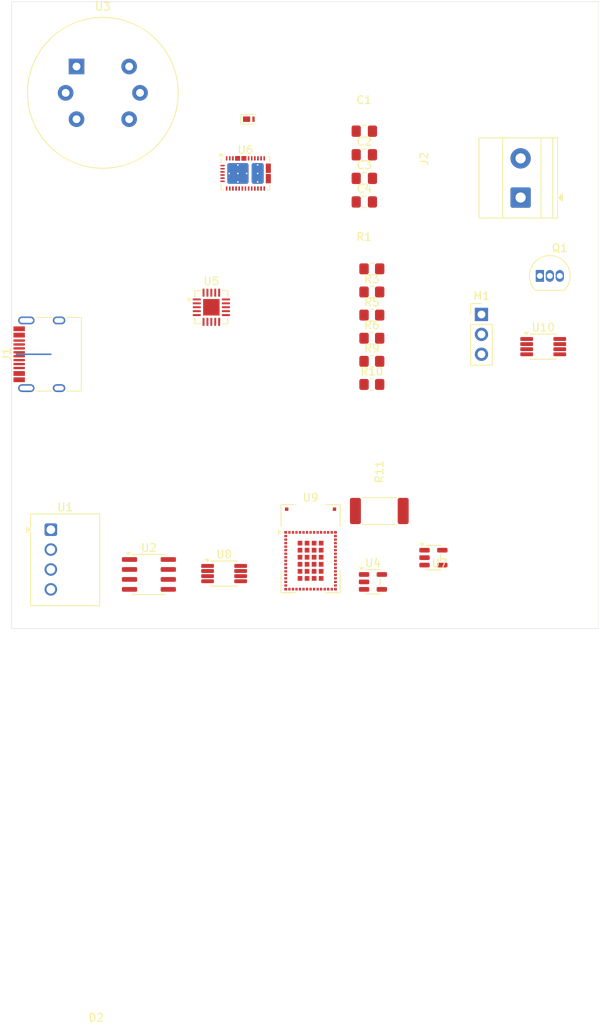
<source format=kicad_pcb>
(kicad_pcb (version 20241229) (generator "pcbnew") (generator_version "9.0")
  (layers (0 "F.Cu" signal) (2 "B.Cu" signal) (13 "F.Paste" user) (15 "B.Paste" user) (5 "F.SilkS" user "F.Silkscreen") (7 "B.SilkS" user "B.Silkscreen") (1 "F.Mask" user) (3 "B.Mask" user) (25 "Edge.Cuts" user))
  (net 0 "")
  (net 1 "+5V")
  (net 2 "Net-(R11-Pad2)")
  (net 3 "Net-(U6-LDO_1V5)")
  (net 4 "Net-(U9-PE4)")
  (net 5 "Net-(U2-Pad5)")
  (net 6 "VBUS")
  (net 7 "Net-(U8-V_{A})")
  (net 8 "Net-(J2-Pin_1)")
  (net 9 "Net-(J2-Pin_2)")
  (net 10 "Net-(M1-+)")
  (net 11 "Net-(M1--)")
  (net 12 "Net-(Q1-D)")
  (net 14 "VCC")
  (net 15 "Net-(U4-V+)")
  (net 16 "Net-(R5-Pad1)")
  (net 17 "Net-(U7--)")
  (net 18 "Net-(U7-+)")
  (net 19 "Net-(U1--Vin)")
  (net 20 "Net-(U3-VH-)")
  (net 32 "+3.3V")
  (net 41 "Net-(U8-DIN)")
  (net 117 "Net-(U10-DIN)")
  (footprint "Package_TO_SOT_SMD:SOT-23-5" (layer "F.Cu") (at 88.8625 145.95)
    (property "Reference" "U7" (at 0.79 0.7 0) (layer "F.SilkS"))
    (property "Value" "INA180A1")
    (fp_line (start -0.91 -1.56) (end 0.91 -1.56) (stroke (width 0.12)) (layer "F.SilkS"))
    (fp_line (start -0.91 -1.51) (end -0.91 -1.56) (stroke (width 0.12)) (layer "F.SilkS"))
    (fp_line (start -0.91 1.56) (end -0.91 1.51) (stroke (width 0.12)) (layer "F.SilkS"))
    (fp_line (start 0.91 -1.56) (end 0.91 -1.51) (stroke (width 0.12)) (layer "F.SilkS"))
    (fp_line (start 0.91 -0.39) (end 0.91 0.39) (stroke (width 0.12)) (layer "F.SilkS"))
    (fp_line (start 0.91 1.51) (end 0.91 1.56) (stroke (width 0.12)) (layer "F.SilkS"))
    (fp_line (start 0.91 1.56) (end -0.91 1.56) (stroke (width 0.12)) (layer "F.SilkS"))
    (fp_poly (pts (xy -1.45 -1.51) (xy -1.69 -1.84) (xy -1.21 -1.84)) (stroke (width 0.12)) (fill yes) (layer "F.SilkS"))
    (pad "1" smd roundrect (at -1.1375 -0.95) (size 1.325 0.6) (layers "F.Cu" "F.Mask" "F.Paste") (net 11 "Net-(M1--)"))
    (pad "2" smd roundrect (at -1.1375 0) (size 1.325 0.6) (layers "F.Cu" "F.Mask" "F.Paste") (net 1 "+5V"))
    (pad "3" smd roundrect (at -1.1375 0.95) (size 1.325 0.6) (layers "F.Cu" "F.Mask" "F.Paste") (net 18 "Net-(U7-+)"))
    (pad "4" smd roundrect (at 1.1375 0.95) (size 1.325 0.6) (layers "F.Cu" "F.Mask" "F.Paste") (net 17 "Net-(U7--)"))
    (pad "5" smd roundrect (at 1.1375 -0.95) (size 1.325 0.6) (layers "F.Cu" "F.Mask" "F.Paste") (net 1 "+5V"))
  )
  (footprint "Package_DFN_QFN:Texas_REF0038A_WQFN-38-2EP_6x4mm_P0.4" (layer "F.Cu") (at 64.855 96.925)
    (property "Reference" "U6" (at 0 -3 0) (layer "F.SilkS"))
    (property "Value" "TPS25730D")
    (fp_line (start -3.11 -1.36) (end -3.11 -1.87) (stroke (width 0.12)) (layer "F.SilkS"))
    (fp_line (start -3.11 2.11) (end -3.11 1.36) (stroke (width 0.12)) (layer "F.SilkS"))
    (fp_line (start -3.11 2.11) (end -2.76 2.11) (stroke (width 0.12)) (layer "F.SilkS"))
    (fp_line (start -2.76 -2.11) (end -2.81 -2.11) (stroke (width 0.12)) (layer "F.SilkS"))
    (fp_line (start 2.76 -2.11) (end 3.11 -2.11) (stroke (width 0.12)) (layer "F.SilkS"))
    (fp_line (start 2.76 2.11) (end 3.11 2.11) (stroke (width 0.12)) (layer "F.SilkS"))
    (fp_line (start 3.11 -1.51) (end 3.11 -2.11) (stroke (width 0.12)) (layer "F.SilkS"))
    (fp_line (start 3.11 2.11) (end 3.11 1.51) (stroke (width 0.12)) (layer "F.SilkS"))
    (fp_poly (pts (xy -3.11 -2.11) (xy -3.35 -2.44) (xy -2.87 -2.44) (xy -3.11 -2.11)) (stroke (width 0.12)) (fill yes) (layer "F.SilkS"))
    (pad "1" smd roundrect (at -2.925 -1) (size 0.55 0.2) (layers "F.Cu" "F.Mask" "F.Paste"))
    (pad "2" smd roundrect (at -2.925 -0.6) (size 0.55 0.2) (layers "F.Cu" "F.Mask" "F.Paste"))
    (pad "3" smd roundrect (at -2.925 -0.2) (size 0.55 0.2) (layers "F.Cu" "F.Mask" "F.Paste"))
    (pad "4" smd roundrect (at -2.925 0.2) (size 0.55 0.2) (layers "F.Cu" "F.Mask" "F.Paste") (net 3 "Net-(U6-LDO_1V5)"))
    (pad "5" smd roundrect (at -2.925 0.6) (size 0.55 0.2) (layers "F.Cu" "F.Mask" "F.Paste") (net 1 "+5V"))
    (pad "6" smd roundrect (at -2.925 1) (size 0.55 0.2) (layers "F.Cu" "F.Mask" "F.Paste"))
    (pad "7" smd roundrect (at -2.4 1.925 90) (size 0.55 0.2) (layers "F.Cu" "F.Mask" "F.Paste"))
    (pad "8" smd roundrect (at -2 1.925 90) (size 0.55 0.2) (layers "F.Cu" "F.Mask" "F.Paste"))
    (pad "9" smd roundrect (at -1.6 1.925 90) (size 0.55 0.2) (layers "F.Cu" "F.Mask" "F.Paste") (net 20 "Net-(U3-VH-)"))
    (pad "10" smd roundrect (at -1.2 1.925 90) (size 0.55 0.2) (layers "F.Cu" "F.Mask" "F.Paste"))
    (pad "11" smd roundrect (at -0.8 1.925 90) (size 0.55 0.2) (layers "F.Cu" "F.Mask" "F.Paste") (net 7 "Net-(U8-V_{A})"))
    (pad "12" smd roundrect (at -0.4 1.925 90) (size 0.55 0.2) (layers "F.Cu" "F.Mask" "F.Paste") (net 7 "Net-(U8-V_{A})"))
    (pad "13" smd roundrect (at 0 1.925 90) (size 0.55 0.2) (layers "F.Cu" "F.Mask" "F.Paste"))
    (pad "14" smd roundrect (at 0.4 1.925 90) (size 0.55 0.2) (layers "F.Cu" "F.Mask" "F.Paste") (net 7 "Net-(U8-V_{A})"))
    (pad "15" smd roundrect (at 0.8 1.925 90) (size 0.55 0.2) (layers "F.Cu" "F.Mask" "F.Paste") (net 1 "+5V"))
    (pad "16" smd roundrect (at 1.2 1.925 90) (size 0.55 0.2) (layers "F.Cu" "F.Mask" "F.Paste") (net 7 "Net-(U8-V_{A})"))
    (pad "17" smd roundrect (at 1.6 1.925 90) (size 0.55 0.2) (layers "F.Cu" "F.Mask" "F.Paste") (net 7 "Net-(U8-V_{A})"))
    (pad "18" smd roundrect (at 2 1.925 90) (size 0.55 0.2) (layers "F.Cu" "F.Mask" "F.Paste") (net 20 "Net-(U3-VH-)"))
    (pad "19" smd roundrect (at 2.4 1.925 90) (size 0.55 0.2) (layers "F.Cu" "F.Mask" "F.Paste") (net 32 "+3.3V"))
    (pad "20" smd roundrect (at 2.925 0.6625) (size 0.65 1.2) (layers "F.Cu") (roundrect_rratio 0.07692307692) (net 6 "VBUS"))
    (pad "23" smd roundrect (at 2.925 -0.6625) (size 0.65 1.2) (layers "F.Cu") (roundrect_rratio 0.07692307692))
    (pad "26" smd roundrect (at 2.4 -1.925 90) (size 0.55 0.2) (layers "F.Cu" "F.Mask" "F.Paste"))
    (pad "27" smd roundrect (at 2 -1.925 90) (size 0.55 0.2) (layers "F.Cu" "F.Mask" "F.Paste"))
    (pad "28" smd roundrect (at 1.6 -1.925 90) (size 0.55 0.2) (layers "F.Cu" "F.Mask" "F.Paste") (net 19 "Net-(U1--Vin)"))
    (pad "29" smd roundrect (at 1.2 -1.925 90) (size 0.55 0.2) (layers "F.Cu" "F.Mask" "F.Paste") (net 19 "Net-(U1--Vin)"))
    (pad "30" smd roundrect (at 0.8 -1.925 90) (size 0.55 0.2) (layers "F.Cu" "F.Mask" "F.Paste") (net 1 "+5V"))
    (pad "31" smd roundrect (at 0.4 -1.925 90) (size 0.55 0.2) (layers "F.Cu" "F.Mask" "F.Paste") (net 7 "Net-(U8-V_{A})"))
    (pad "32" smd roundrect (at -0.2 -1.925 90) (size 0.6 0.65) (layers "F.Cu") (roundrect_rratio 0.08333333333))
    (pad "34" smd roundrect (at -1 -1.925 90) (size 0.6 0.65) (layers "F.Cu") (roundrect_rratio 0.08333333333) (net 7 "Net-(U8-V_{A})"))
    (pad "36" smd roundrect (at -1.6 -1.925 90) (size 0.55 0.2) (layers "F.Cu" "F.Mask" "F.Paste") (net 20 "Net-(U3-VH-)"))
    (pad "37" smd roundrect (at -2 -1.925 90) (size 0.55 0.2) (layers "F.Cu" "F.Mask" "F.Paste"))
    (pad "38" smd roundrect (at -2.4 -1.925 90) (size 0.55 0.2) (layers "F.Cu" "F.Mask" "F.Paste") (net 1 "+5V"))
    (pad "39" thru_hole circle (at -2.075 0) (size 0.5 0.5) (drill 0.2) (property pad_prop_heatsink) (layers "*.Cu") (net 7 "Net-(U8-V_{A})"))
    (pad "39" thru_hole circle (at -0.965 -1.075) (size 0.5 0.5) (drill 0.2) (property pad_prop_heatsink) (layers "*.Cu") (net 7 "Net-(U8-V_{A})"))
    (pad "39" thru_hole circle (at -0.965 0) (size 0.5 0.5) (drill 0.2) (property pad_prop_heatsink) (layers "*.Cu") (net 7 "Net-(U8-V_{A})"))
    (pad "39" smd roundrect (at -0.965 0 180) (size 2.72 2.65) (property pad_prop_heatsink) (layers "F.Cu" "F.Mask") (roundrect_rratio 0.09433962264) (net 7 "Net-(U8-V_{A})"))
    (pad "39" smd roundrect (at -0.965 0 180) (size 2.72 2.65) (property pad_prop_heatsink) (layers "B.Cu") (roundrect_rratio 0.09433962264) (net 7 "Net-(U8-V_{A})"))
    (pad "39" thru_hole circle (at -0.965 1.075) (size 0.5 0.5) (drill 0.2) (property pad_prop_heatsink) (layers "*.Cu") (net 7 "Net-(U8-V_{A})"))
    (pad "39" thru_hole circle (at 0.145 0) (size 0.5 0.5) (drill 0.2) (property pad_prop_heatsink) (layers "*.Cu") (net 7 "Net-(U8-V_{A})"))
    (pad "40" thru_hole circle (at 1.56 -1.075) (size 0.5 0.5) (drill 0.2) (property pad_prop_heatsink) (layers "*.Cu") (net 1 "+5V"))
    (pad "40" thru_hole circle (at 1.56 0) (size 0.5 0.5) (drill 0.2) (property pad_prop_heatsink) (layers "*.Cu") (net 1 "+5V"))
    (pad "40" smd roundrect (at 1.56 0 180) (size 1.53 2.65) (property pad_prop_heatsink) (layers "F.Cu" "F.Mask") (roundrect_rratio 0.1633986928) (net 1 "+5V"))
    (pad "40" smd roundrect (at 1.56 0 180) (size 1.53 2.65) (property pad_prop_heatsink) (layers "B.Cu") (roundrect_rratio 0.1633986928) (net 1 "+5V"))
    (pad "40" thru_hole circle (at 1.56 1.075) (size 0.5 0.5) (drill 0.2) (property pad_prop_heatsink) (layers "*.Cu") (net 1 "+5V"))
  )
  (footprint "Converter_DCDC:Converter_DCDC_TRACO_TMU3-05xx_12xx_THT" (layer "F.Cu") (at 40 142.38)
    (property "Reference" "U1" (at 1.82 -2.86 0) (layer "F.SilkS"))
    (property "Value" "TMU3-0511")
    (fp_line (start -2.585 -2.01) (end 6.235 -2.01) (stroke (width 0.12)) (layer "F.SilkS"))
    (fp_line (start -2.585 -0.296) (end -2.585 -2.01) (stroke (width 0.12)) (layer "F.SilkS"))
    (fp_line (start -2.585 9.71) (end -2.585 0.296) (stroke (width 0.12)) (layer "F.SilkS"))
    (fp_line (start 6.235 -2.01) (end 6.235 9.71) (stroke (width 0.12)) (layer "F.SilkS"))
    (fp_line (start 6.235 9.71) (end -2.585 9.71) (stroke (width 0.12)) (layer "F.SilkS"))
    (fp_poly (pts (xy -2.585 0) (xy -3.055 0.34) (xy -3.055 -0.34)) (stroke (width 0.12)) (fill yes) (layer "F.SilkS"))
    (pad "1" thru_hole roundrect (at 0 0) (size 1.6 1.6) (drill 1.1) (layers "*.Cu" "*.Mask") (roundrect_rratio 0.15625) (net 19 "Net-(U1--Vin)"))
    (pad "2" thru_hole circle (at 0 2.54) (size 1.6 1.6) (drill 1.1) (layers "*.Cu" "*.Mask") (net 12 "Net-(Q1-D)"))
    (pad "3" thru_hole circle (at 0 5.08) (size 1.6 1.6) (drill 1.1) (layers "*.Cu" "*.Mask") (net 1 "+5V"))
    (pad "4" thru_hole circle (at 0 7.62) (size 1.6 1.6) (drill 1.1) (layers "*.Cu" "*.Mask") (net 1 "+5V"))
  )
  (footprint "RF_Module:ST-SiP-LGA-86-11x7.3mm" (layer "F.Cu") (at 73.175 144.8)
    (property "Reference" "U9" (at 0 -6.5 0) (layer "F.SilkS"))
    (property "Value" "STM32WB5MMG")
    (fp_line (start -3.77 -5.625) (end -3.77 -2.87) (stroke (width 0.12)) (layer "F.SilkS"))
    (fp_line (start -3.77 5.62) (end -3.77 2.87) (stroke (width 0.12)) (layer "F.SilkS"))
    (fp_line (start -1.97 -5.625) (end -3.77 -5.625) (stroke (width 0.12)) (layer "F.SilkS"))
    (fp_line (start -1.945 5.62) (end -3.77 5.62) (stroke (width 0.12)) (layer "F.SilkS"))
    (fp_line (start 1.945 -5.62) (end 3.77 -5.62) (stroke (width 0.12)) (layer "F.SilkS"))
    (fp_line (start 1.945 5.62) (end 3.77 5.62) (stroke (width 0.12)) (layer "F.SilkS"))
    (fp_line (start 3.77 -5.62) (end 3.77 -2.87) (stroke (width 0.12)) (layer "F.SilkS"))
    (fp_line (start 3.77 5.62) (end 3.77 2.87) (stroke (width 0.12)) (layer "F.SilkS"))
    (fp_poly (pts (xy -3.76 -2.1) (xy -4.09 -1.86) (xy -4.09 -2.34) (xy -3.76 -2.1)) (stroke (width 0.12)) (fill yes) (layer "F.SilkS"))
    (pad "1" smd rect (at -3.175 -2.075) (size 0.35 0.35) (layers "F.Cu" "F.Mask" "F.Paste"))
    (pad "2" smd rect (at -3.175 -1.6) (size 0.35 0.3) (layers "F.Cu" "F.Mask" "F.Paste"))
    (pad "3" smd rect (at -3.175 -1.15) (size 0.35 0.3) (layers "F.Cu" "F.Mask" "F.Paste"))
    (pad "4" smd rect (at -3.175 -0.7) (size 0.35 0.3) (layers "F.Cu" "F.Mask" "F.Paste") (net 9 "Net-(J2-Pin_2)"))
    (pad "5" smd rect (at -3.175 -0.25) (size 0.35 0.3) (layers "F.Cu" "F.Mask" "F.Paste"))
    (pad "6" smd rect (at -3.175 0.2) (size 0.35 0.3) (layers "F.Cu" "F.Mask" "F.Paste") (net 9 "Net-(J2-Pin_2)"))
    (pad "7" smd rect (at -3.175 0.65) (size 0.35 0.3) (layers "F.Cu" "F.Mask" "F.Paste"))
    (pad "8" smd rect (at -3.175 1.1) (size 0.35 0.3) (layers "F.Cu" "F.Mask" "F.Paste"))
    (pad "9" smd rect (at -3.175 1.55) (size 0.35 0.3) (layers "F.Cu" "F.Mask" "F.Paste"))
    (pad "10" smd rect (at -3.175 2) (size 0.35 0.3) (layers "F.Cu" "F.Mask" "F.Paste"))
    (pad "11" smd rect (at -3.175 2.45) (size 0.35 0.3) (layers "F.Cu" "F.Mask" "F.Paste"))
    (pad "12" smd rect (at -3.175 2.9) (size 0.35 0.3) (layers "F.Cu" "F.Mask" "F.Paste"))
    (pad "13" smd rect (at -3.175 3.35) (size 0.35 0.3) (layers "F.Cu" "F.Mask" "F.Paste") (net 9 "Net-(J2-Pin_2)"))
    (pad "14" smd rect (at -3.175 3.8) (size 0.35 0.3) (layers "F.Cu" "F.Mask" "F.Paste"))
    (pad "15" smd rect (at -3.175 4.25) (size 0.35 0.3) (layers "F.Cu" "F.Mask" "F.Paste") (net 9 "Net-(J2-Pin_2)"))
    (pad "16" smd rect (at -3.175 4.7) (size 0.35 0.3) (layers "F.Cu" "F.Mask" "F.Paste"))
    (pad "17" smd rect (at -3.175 5.175) (size 0.35 0.35) (layers "F.Cu" "F.Mask" "F.Paste") (net 9 "Net-(J2-Pin_2)"))
    (pad "18" smd rect (at -2.7 5.175) (size 0.3 0.35) (layers "F.Cu" "F.Mask" "F.Paste"))
    (pad "19" smd rect (at -2.25 5.175) (size 0.3 0.35) (layers "F.Cu" "F.Mask" "F.Paste"))
    (pad "20" smd rect (at -1.8 5.175) (size 0.3 0.35) (layers "F.Cu" "F.Mask" "F.Paste"))
    (pad "21" smd rect (at -1.35 5.175) (size 0.3 0.35) (layers "F.Cu" "F.Mask" "F.Paste"))
    (pad "22" smd rect (at -0.9 5.175) (size 0.3 0.35) (layers "F.Cu" "F.Mask" "F.Paste"))
    (pad "23" smd rect (at -0.45 5.175) (size 0.3 0.35) (layers "F.Cu" "F.Mask" "F.Paste"))
    (pad "24" smd rect (at 0 5.175) (size 0.3 0.35) (layers "F.Cu" "F.Mask" "F.Paste"))
    (pad "25" smd rect (at 0.45 5.175) (size 0.3 0.35) (layers "F.Cu" "F.Mask" "F.Paste"))
    (pad "26" smd rect (at 0.9 5.175) (size 0.3 0.35) (layers "F.Cu" "F.Mask" "F.Paste"))
    (pad "27" smd rect (at 1.35 5.175) (size 0.3 0.35) (layers "F.Cu" "F.Mask" "F.Paste"))
    (pad "28" smd rect (at 1.8 5.175) (size 0.3 0.35) (layers "F.Cu" "F.Mask" "F.Paste"))
    (pad "29" smd rect (at 2.25 5.175) (size 0.3 0.35) (layers "F.Cu" "F.Mask" "F.Paste"))
    (pad "30" smd rect (at 2.7 5.175) (size 0.3 0.35) (layers "F.Cu" "F.Mask" "F.Paste"))
    (pad "31" smd rect (at 3.175 5.175) (size 0.35 0.35) (layers "F.Cu" "F.Mask" "F.Paste"))
    (pad "32" smd rect (at 3.175 4.7) (size 0.35 0.3) (layers "F.Cu" "F.Mask" "F.Paste") (net 9 "Net-(J2-Pin_2)"))
    (pad "33" smd rect (at 3.175 4.25) (size 0.35 0.3) (layers "F.Cu" "F.Mask" "F.Paste") (net 20 "Net-(U3-VH-)"))
    (pad "34" smd rect (at 3.175 3.8) (size 0.35 0.3) (layers "F.Cu" "F.Mask" "F.Paste"))
    (pad "35" smd rect (at 3.175 3.35) (size 0.35 0.3) (layers "F.Cu" "F.Mask" "F.Paste"))
    (pad "36" smd rect (at 3.175 2.9) (size 0.35 0.3) (layers "F.Cu" "F.Mask" "F.Paste"))
    (pad "37" smd rect (at 3.175 2.45) (size 0.35 0.3) (layers "F.Cu" "F.Mask" "F.Paste"))
    (pad "38" smd rect (at 3.175 2) (size 0.35 0.3) (layers "F.Cu" "F.Mask" "F.Paste"))
    (pad "39" smd rect (at 3.175 1.55) (size 0.35 0.3) (layers "F.Cu" "F.Mask" "F.Paste"))
    (pad "40" smd rect (at 3.175 1.1) (size 0.35 0.3) (layers "F.Cu" "F.Mask" "F.Paste"))
    (pad "41" smd rect (at 3.175 0.65) (size 0.35 0.3) (layers "F.Cu" "F.Mask" "F.Paste"))
    (pad "42" smd rect (at 3.175 0.2) (size 0.35 0.3) (layers "F.Cu" "F.Mask" "F.Paste") (net 4 "Net-(U9-PE4)"))
    (pad "43" smd rect (at 3.175 -0.25) (size 0.35 0.3) (layers "F.Cu" "F.Mask" "F.Paste"))
    (pad "44" smd rect (at 3.175 -0.7) (size 0.35 0.3) (layers "F.Cu" "F.Mask" "F.Paste"))
    (pad "45" smd rect (at 3.175 -1.15) (size 0.35 0.3) (layers "F.Cu" "F.Mask" "F.Paste"))
    (pad "46" smd rect (at 3.175 -1.6) (size 0.35 0.3) (layers "F.Cu" "F.Mask" "F.Paste"))
    (pad "47" smd rect (at 3.175 -2.075) (size 0.35 0.35) (layers "F.Cu" "F.Mask" "F.Paste"))
    (pad "48" smd rect (at 2.7 -2.075) (size 0.3 0.35) (layers "F.Cu" "F.Mask" "F.Paste"))
    (pad "49" smd rect (at 2.25 -2.075) (size 0.3 0.35) (layers "F.Cu" "F.Mask" "F.Paste"))
    (pad "50" smd rect (at 1.8 -2.075) (size 0.3 0.35) (layers "F.Cu" "F.Mask" "F.Paste"))
    (pad "51" smd rect (at 1.35 -2.075) (size 0.3 0.35) (layers "F.Cu" "F.Mask" "F.Paste"))
    (pad "52" smd rect (at 0.9 -2.075) (size 0.3 0.35) (layers "F.Cu" "F.Mask" "F.Paste"))
    (pad "53" smd rect (at 0.45 -2.075) (size 0.3 0.35) (layers "F.Cu" "F.Mask" "F.Paste"))
    (pad "54" smd rect (at 0 -2.075) (size 0.3 0.35) (layers "F.Cu" "F.Mask" "F.Paste"))
    (pad "55" smd rect (at -0.45 -2.075) (size 0.3 0.35) (layers "F.Cu" "F.Mask" "F.Paste"))
    (pad "56" smd rect (at -0.9 -2.075) (size 0.3 0.35) (layers "F.Cu" "F.Mask" "F.Paste"))
    (pad "57" smd rect (at -1.35 -2.075) (size 0.3 0.35) (layers "F.Cu" "F.Mask" "F.Paste"))
    (pad "58" smd rect (at -1.8 -2.075) (size 0.3 0.35) (layers "F.Cu" "F.Mask" "F.Paste"))
    (pad "59" smd rect (at -2.25 -2.075) (size 0.3 0.35) (layers "F.Cu" "F.Mask" "F.Paste"))
    (pad "60" smd rect (at -2.7 -2.075) (size 0.3 0.35) (layers "F.Cu" "F.Mask" "F.Paste"))
    (pad "61" smd rect (at -1.35 -0.7) (size 0.6 0.6) (layers "F.Cu" "F.Mask" "F.Paste"))
    (pad "62" smd rect (at -1.35 0.2) (size 0.6 0.6) (layers "F.Cu" "F.Mask" "F.Paste"))
    (pad "63" smd rect (at -1.35 1.1) (size 0.6 0.6) (layers "F.Cu" "F.Mask" "F.Paste"))
    (pad "64" smd rect (at -1.35 2) (size 0.6 0.6) (layers "F.Cu" "F.Mask" "F.Paste"))
    (pad "65" smd rect (at -1.35 2.9) (size 0.6 0.6) (layers "F.Cu" "F.Mask" "F.Paste"))
    (pad "66" smd rect (at -1.35 3.8) (size 0.6 0.6) (layers "F.Cu" "F.Mask" "F.Paste"))
    (pad "67" smd rect (at -0.45 3.8) (size 0.6 0.6) (layers "F.Cu" "F.Mask" "F.Paste"))
    (pad "68" smd rect (at 0.45 3.8) (size 0.6 0.6) (layers "F.Cu" "F.Mask" "F.Paste") (net 20 "Net-(U3-VH-)"))
    (pad "69" smd rect (at 1.35 3.8) (size 0.6 0.6) (layers "F.Cu" "F.Mask" "F.Paste"))
    (pad "70" smd rect (at 1.35 2.9) (size 0.6 0.6) (layers "F.Cu" "F.Mask" "F.Paste"))
    (pad "71" smd rect (at 1.35 2) (size 0.6 0.6) (layers "F.Cu" "F.Mask" "F.Paste"))
    (pad "72" smd rect (at 1.35 1.1) (size 0.6 0.6) (layers "F.Cu" "F.Mask" "F.Paste"))
    (pad "73" smd rect (at 1.35 0.2) (size 0.6 0.6) (layers "F.Cu" "F.Mask" "F.Paste"))
    (pad "74" smd rect (at 1.35 -0.7) (size 0.6 0.6) (layers "F.Cu" "F.Mask" "F.Paste"))
    (pad "75" smd rect (at 0.45 -0.7) (size 0.6 0.6) (layers "F.Cu" "F.Mask" "F.Paste"))
    (pad "76" smd rect (at -0.45 -0.7) (size 0.6 0.6) (layers "F.Cu" "F.Mask" "F.Paste"))
    (pad "77" smd rect (at -0.45 0.2) (size 0.6 0.6) (layers "F.Cu" "F.Mask" "F.Paste") (net 20 "Net-(U3-VH-)"))
    (pad "78" smd rect (at -0.45 1.1) (size 0.6 0.6) (layers "F.Cu" "F.Mask" "F.Paste"))
    (pad "79" smd rect (at -0.45 2) (size 0.6 0.6) (layers "F.Cu" "F.Mask" "F.Paste"))
    (pad "80" smd rect (at -0.45 2.9) (size 0.6 0.6) (layers "F.Cu" "F.Mask" "F.Paste") (net 20 "Net-(U3-VH-)"))
    (pad "81" smd rect (at 0.45 2.9) (size 0.6 0.6) (layers "F.Cu" "F.Mask" "F.Paste"))
    (pad "82" smd rect (at 0.45 2) (size 0.6 0.6) (layers "F.Cu" "F.Mask" "F.Paste"))
    (pad "83" smd rect (at 0.45 1.1) (size 0.6 0.6) (layers "F.Cu" "F.Mask" "F.Paste"))
    (pad "84" smd rect (at 0.45 0.2) (size 0.6 0.6) (layers "F.Cu" "F.Mask" "F.Paste"))
    (pad "85" smd rect (at -3.05 -5.035) (size 0.43 0.43) (layers "F.Cu" "F.Mask" "F.Paste"))
    (pad "86" smd rect (at 3.05 -5.035) (size 0.43 0.43) (layers "F.Cu" "F.Mask" "F.Paste"))
  )
  (footprint "Resistor_SMD:R_2512_6332Metric_Pad1.40x3.35mm_HandSolder" (layer "F.Cu") (at 81.95 140)
    (property "Reference" "R11" (at 0 -5 90) (layer "F.SilkS"))
    (property "Value" "R_Shunt")
    (fp_line (start -2.177064 -1.71) (end 2.177064 -1.71) (stroke (width 0.12)) (layer "F.SilkS"))
    (fp_line (start -2.177064 1.71) (end 2.177064 1.71) (stroke (width 0.12)) (layer "F.SilkS"))
    (pad "1" smd roundrect (at -3.05 0) (size 1.4 3.35) (layers "F.Cu" "F.Mask" "F.Paste") (roundrect_rratio 0.178571) (net 10 "Net-(M1-+)"))
    (pad "2" smd roundrect (at 3.05 0) (size 1.4 3.35) (layers "F.Cu" "F.Mask" "F.Paste") (roundrect_rratio 0.178571) (net 2 "Net-(R11-Pad2)"))
  )
  (footprint "Package_SO:VSSOP-8_3x3mm_P0.65mm" (layer "F.Cu") (at 102.8875 119.025)
    (property "Reference" "U10" (at 0 -2.45 0) (layer "F.SilkS"))
    (property "Value" "ADC082S021")
    (fp_line (start -1.61 -1.61) (end 1.61 -1.61) (stroke (width 0.12)) (layer "F.SilkS"))
    (fp_line (start -1.61 -1.485) (end -1.61 -1.61) (stroke (width 0.12)) (layer "F.SilkS"))
    (fp_line (start -1.61 1.61) (end -1.61 1.485) (stroke (width 0.12)) (layer "F.SilkS"))
    (fp_line (start 1.61 -1.61) (end 1.61 -1.485) (stroke (width 0.12)) (layer "F.SilkS"))
    (fp_line (start 1.61 1.485) (end 1.61 1.61) (stroke (width 0.12)) (layer "F.SilkS"))
    (fp_line (start 1.61 1.61) (end -1.61 1.61) (stroke (width 0.12)) (layer "F.SilkS"))
    (fp_poly (pts (xy -2.16 -1.49) (xy -2.4 -1.82) (xy -1.92 -1.82)) (stroke (width 0.12)) (fill yes) (layer "F.SilkS"))
    (pad "1" smd roundrect (at -2.1125 -0.975) (size 1.625 0.5) (layers "F.Cu" "F.Mask" "F.Paste") (net 14 "VCC"))
    (pad "2" smd roundrect (at -2.1125 -0.325) (size 1.625 0.5) (layers "F.Cu" "F.Mask" "F.Paste") (net 12 "Net-(Q1-D)"))
    (pad "3" smd roundrect (at -2.1125 0.325) (size 1.625 0.5) (layers "F.Cu" "F.Mask" "F.Paste") (net 19 "Net-(U1--Vin)"))
    (pad "4" smd roundrect (at -2.1125 0.975) (size 1.625 0.5) (layers "F.Cu" "F.Mask" "F.Paste"))
    (pad "5" smd roundrect (at 2.1125 0.975) (size 1.625 0.5) (layers "F.Cu" "F.Mask" "F.Paste") (net 19 "Net-(U1--Vin)"))
    (pad "6" smd roundrect (at 2.1125 0.325) (size 1.625 0.5) (layers "F.Cu" "F.Mask" "F.Paste") (net 117 "Net-(U10-DIN)"))
    (pad "7" smd roundrect (at 2.1125 -0.325) (size 1.625 0.5) (layers "F.Cu" "F.Mask" "F.Paste") (net 19 "Net-(U1--Vin)"))
    (pad "8" smd roundrect (at 2.1125 -0.975) (size 1.625 0.5) (layers "F.Cu" "F.Mask" "F.Paste") (net 117 "Net-(U10-DIN)"))
  )
  (footprint "Resistor_SMD:R_0805_2012Metric_Pad1.20x1.40mm_HandSolder" (layer "F.Cu") (at 81 123.85)
    (property "Reference" "R10" (at 0 -1.65 0) (layer "F.SilkS"))
    (property "Value" "R")
    (fp_line (start -0.227064 -0.735) (end 0.227064 -0.735) (stroke (width 0.12)) (layer "F.SilkS"))
    (fp_line (start -0.227064 0.735) (end 0.227064 0.735) (stroke (width 0.12)) (layer "F.SilkS"))
    (pad "1" smd roundrect (at -1 0) (size 1.2 1.4) (layers "F.Cu" "F.Mask" "F.Paste") (roundrect_rratio 0.208333) (net 6 "VBUS"))
    (pad "2" smd roundrect (at 1 0) (size 1.2 1.4) (layers "F.Cu" "F.Mask" "F.Paste") (roundrect_rratio 0.208333) (net 10 "Net-(M1-+)"))
  )
  (footprint "TerminalBlock_Phoenix:TerminalBlock_Phoenix_MKDS-1,5-2_1x02_P5.00mm_Horizontal" (layer "F.Cu") (at 100 100 90)
    (property "Reference" "J2" (at 4.95 -12.32 90) (layer "F.SilkS"))
    (property "Value" "Screw_Terminal_01x02")
    (fp_line (start 7.62 -5.32) (end 7.62 4.72) (stroke (width 0.12)) (layer "F.SilkS"))
    (fp_line (start -2.62 -5.32) (end 7.62 -5.32) (stroke (width 0.12)) (layer "F.SilkS"))
    (fp_line (start -2.62 -2.3) (end 7.62 -2.3) (stroke (width 0.12)) (layer "F.SilkS"))
    (fp_line (start -2.62 2.6) (end 7.62 2.6) (stroke (width 0.12)) (layer "F.SilkS"))
    (fp_line (start -2.62 4.1) (end 7.62 4.1) (stroke (width 0.12)) (layer "F.SilkS"))
    (fp_line (start 7.62 4.72) (end 0.3 4.72) (stroke (width 0.12)) (layer "F.SilkS"))
    (fp_line (start -0.3 4.72) (end -2.62 4.72) (stroke (width 0.12)) (layer "F.SilkS"))
    (fp_line (start -2.62 4.72) (end -2.62 -5.32) (stroke (width 0.12)) (layer "F.SilkS"))
    (fp_poly (pts (xy 0 4.72) (xy 0.44 5.33) (xy -0.44 5.33)) (stroke (width 0.12)) (fill yes) (layer "F.SilkS"))
    (pad "1" thru_hole roundrect (at 0 0 90) (size 2.6 2.6) (drill 1.3) (layers "*.Cu" "*.Mask") (roundrect_rratio 0.096154) (net 8 "Net-(J2-Pin_1)"))
    (pad "2" thru_hole circle (at 5 0 90) (size 2.6 2.6) (drill 1.3) (layers "*.Cu" "*.Mask") (net 9 "Net-(J2-Pin_2)"))
  )
  (footprint "Resistor_SMD:R_0805_2012Metric_Pad1.20x1.40mm_HandSolder" (layer "F.Cu") (at 81 117.95)
    (property "Reference" "R6" (at 0 -1.65 0) (layer "F.SilkS"))
    (property "Value" "R")
    (fp_line (start -0.227064 -0.735) (end 0.227064 -0.735) (stroke (width 0.12)) (layer "F.SilkS"))
    (fp_line (start -0.227064 0.735) (end 0.227064 0.735) (stroke (width 0.12)) (layer "F.SilkS"))
    (pad "1" smd roundrect (at -1 0) (size 1.2 1.4) (layers "F.Cu" "F.Mask" "F.Paste") (roundrect_rratio 0.208333) (net 18 "Net-(U7-+)"))
    (pad "2" smd roundrect (at 1 0) (size 1.2 1.4) (layers "F.Cu" "F.Mask" "F.Paste") (roundrect_rratio 0.208333) (net 1 "+5V"))
  )
  (footprint "Resistor_SMD:R_0805_2012Metric_Pad1.20x1.40mm_HandSolder" (layer "F.Cu") (at 81 112.05)
    (property "Reference" "R3" (at 0 -1.65 0) (layer "F.SilkS"))
    (property "Value" "R")
    (fp_line (start -0.227064 -0.735) (end 0.227064 -0.735) (stroke (width 0.12)) (layer "F.SilkS"))
    (fp_line (start -0.227064 0.735) (end 0.227064 0.735) (stroke (width 0.12)) (layer "F.SilkS"))
    (pad "1" smd roundrect (at -1 0) (size 1.2 1.4) (layers "F.Cu" "F.Mask" "F.Paste") (roundrect_rratio 0.208333) (net 14 "VCC"))
    (pad "2" smd roundrect (at 1 0) (size 1.2 1.4) (layers "F.Cu" "F.Mask" "F.Paste") (roundrect_rratio 0.208333) (net 15 "Net-(U4-V+)"))
  )
  (footprint "Capacitor_SMD:C_0805_2012Metric_Pad1.18x1.45mm_HandSolder" (layer "F.Cu") (at 80.0375 94.54)
    (property "Reference" "C2" (at 0 -1.68 0) (layer "F.SilkS"))
    (property "Value" "C")
    (fp_line (start -0.261252 -0.735) (end 0.261252 -0.735) (stroke (width 0.12)) (layer "F.SilkS"))
    (fp_line (start -0.261252 0.735) (end 0.261252 0.735) (stroke (width 0.12)) (layer "F.SilkS"))
    (pad "1" smd roundrect (at -1.0375 0) (size 1.175 1.45) (layers "F.Cu" "F.Mask" "F.Paste") (roundrect_rratio 0.212766) (net 6 "VBUS"))
    (pad "2" smd roundrect (at 1.0375 0) (size 1.175 1.45) (layers "F.Cu" "F.Mask" "F.Paste") (roundrect_rratio 0.212766) (net 6 "VBUS"))
  )
  (footprint "Package_TO_SOT_SMD:SOT-23-5" (layer "F.Cu") (at 81.1375 149.05)
    (property "Reference" "U4" (at 0 -2.4 0) (layer "F.SilkS"))
    (property "Value" "INA180A1")
    (fp_line (start -0.91 -1.56) (end 0.91 -1.56) (stroke (width 0.12)) (layer "F.SilkS"))
    (fp_line (start -0.91 -1.51) (end -0.91 -1.56) (stroke (width 0.12)) (layer "F.SilkS"))
    (fp_line (start -0.91 1.56) (end -0.91 1.51) (stroke (width 0.12)) (layer "F.SilkS"))
    (fp_line (start 0.91 -1.56) (end 0.91 -1.51) (stroke (width 0.12)) (layer "F.SilkS"))
    (fp_line (start 0.91 -0.39) (end 0.91 0.39) (stroke (width 0.12)) (layer "F.SilkS"))
    (fp_line (start 0.91 1.51) (end 0.91 1.56) (stroke (width 0.12)) (layer "F.SilkS"))
    (fp_line (start 0.91 1.56) (end -0.91 1.56) (stroke (width 0.12)) (layer "F.SilkS"))
    (fp_poly (pts (xy -1.45 -1.51) (xy -1.69 -1.84) (xy -1.21 -1.84)) (stroke (width 0.12)) (fill yes) (layer "F.SilkS"))
    (pad "1" smd roundrect (at -1.1375 -0.95) (size 1.325 0.6) (layers "F.Cu" "F.Mask" "F.Paste") (net 16 "Net-(R5-Pad1)"))
    (pad "2" smd roundrect (at -1.1375 0) (size 1.325 0.6) (layers "F.Cu" "F.Mask" "F.Paste") (net 1 "+5V"))
    (pad "3" smd roundrect (at -1.1375 0.95) (size 1.325 0.6) (layers "F.Cu" "F.Mask" "F.Paste") (net 1 "+5V"))
    (pad "4" smd roundrect (at 1.1375 0.95) (size 1.325 0.6) (layers "F.Cu" "F.Mask" "F.Paste") (net 1 "+5V"))
    (pad "5" smd roundrect (at 1.1375 -0.95) (size 1.325 0.6) (layers "F.Cu" "F.Mask" "F.Paste") (net 15 "Net-(U4-V+)"))
  )
  (footprint "Capacitor_SMD:C_0805_2012Metric_Pad1.18x1.45mm_HandSolder" (layer "F.Cu") (at 80.0375 91.53)
    (property "Reference" "C1" (at -0.0375 -3.98 0) (layer "F.SilkS"))
    (property "Value" "C")
    (fp_line (start -0.261252 -0.735) (end 0.261252 -0.735) (stroke (width 0.12)) (layer "F.SilkS"))
    (fp_line (start -0.261252 0.735) (end 0.261252 0.735) (stroke (width 0.12)) (layer "F.SilkS"))
    (pad "1" smd roundrect (at -1.0375 0) (size 1.175 1.45) (layers "F.Cu" "F.Mask" "F.Paste") (roundrect_rratio 0.212766) (net 1 "+5V"))
    (pad "2" smd roundrect (at 1.0375 0) (size 1.175 1.45) (layers "F.Cu" "F.Mask" "F.Paste") (roundrect_rratio 0.212766) (net 1 "+5V"))
  )
  (footprint "Sensor:MQ-6" (layer "F.Cu") (at 43.28 83.28)
    (property "Reference" "U3" (at 3.36 -7.64 0) (layer "F.SilkS"))
    (property "Value" "MQ-6")
    (fp_circle (center 3.36 3.36) (end 12.985 3.36) (stroke (width 0.12)) (fill no) (layer "F.SilkS"))
    (pad "1" thru_hole rect (at 0 0) (size 2 2) (drill 1) (layers "*.Cu" "*.Mask") (net 8 "Net-(J2-Pin_1)"))
    (pad "2" thru_hole circle (at -1.39 3.36) (size 2 2) (drill 1) (layers "*.Cu" "*.Mask") (net 14 "VCC"))
    (pad "3" thru_hole circle (at 0 6.72 90) (size 2 2) (drill 1) (layers "*.Cu" "*.Mask") (net 9 "Net-(J2-Pin_2)"))
    (pad "4" thru_hole circle (at 6.72 6.72 180) (size 2 2) (drill 1) (layers "*.Cu" "*.Mask") (net 1 "+5V"))
    (pad "5" thru_hole circle (at 8.11 3.36) (size 2 2) (drill 1) (layers "*.Cu" "*.Mask") (net 20 "Net-(U3-VH-)"))
    (pad "6" thru_hole circle (at 6.72 0 270) (size 2 2) (drill 1) (layers "*.Cu" "*.Mask") (net 1 "+5V"))
  )
  (footprint "Connector_USB:USB_C_Receptacle_HRO_TYPE-C-31-M-12" (layer "F.Cu") (at 40 120 90)
    (property "Reference" "J1" (at 0 -5.645 90) (layer "F.SilkS"))
    (property "Value" "USB_C_Receptacle_USB2.0_16P")
    (fp_line (start 4.7 -1.9) (end 4.7 0.1) (stroke (width 0.12)) (layer "F.SilkS"))
    (fp_line (start -4.7 -1.9) (end -4.7 0.1) (stroke (width 0.12)) (layer "F.SilkS"))
    (fp_line (start 4.7 2) (end 4.7 3.9) (stroke (width 0.12)) (layer "F.SilkS"))
    (fp_line (start -4.7 2) (end -4.7 3.9) (stroke (width 0.12)) (layer "F.SilkS"))
    (fp_line (start -4.7 3.9) (end 4.7 3.9) (stroke (width 0.12)) (layer "F.SilkS"))
    (pad "" np_thru_hole circle (at -2.89 -2.6 90) (size 0.65 0.65) (drill 0.65) (layers "*.Cu" "*.Mask"))
    (pad "" np_thru_hole circle (at 2.89 -2.6 90) (size 0.65 0.65) (drill 0.65) (layers "*.Cu" "*.Mask"))
    (pad "A1" smd rect (at -3.25 -4.045 90) (size 0.6 1.45) (layers "F.Cu" "F.Mask" "F.Paste") (net 1 "+5V"))
    (pad "A4" smd rect (at -2.45 -4.045 90) (size 0.6 1.45) (layers "F.Cu" "F.Mask" "F.Paste") (net 6 "VBUS"))
    (pad "A5" smd rect (at -1.25 -4.045 90) (size 0.3 1.45) (layers "F.Cu" "F.Mask" "F.Paste") (net 6 "VBUS"))
    (pad "A6" smd rect (at -0.25 -4.045 90) (size 0.3 1.45) (layers "F.Cu" "F.Mask" "F.Paste") (net 6 "VBUS"))
    (pad "A7" smd rect (at 0.25 -4.045 90) (size 0.3 1.45) (layers "F.Cu" "F.Mask" "F.Paste") (net 6 "VBUS"))
    (pad "A8" smd rect (at 1.25 -4.045 90) (size 0.3 1.45) (layers "F.Cu" "F.Mask" "F.Paste") (net 6 "VBUS"))
    (pad "A9" smd rect (at 2.45 -4.045 90) (size 0.6 1.45) (layers "F.Cu" "F.Mask" "F.Paste") (net 6 "VBUS"))
    (pad "A12" smd rect (at 3.25 -4.045 90) (size 0.6 1.45) (layers "F.Cu" "F.Mask" "F.Paste") (net 1 "+5V"))
    (pad "B1" smd rect (at 3.25 -4.045 90) (size 0.6 1.45) (layers "F.Cu" "F.Mask" "F.Paste") (net 1 "+5V"))
    (pad "B4" smd rect (at 2.45 -4.045 90) (size 0.6 1.45) (layers "F.Cu" "F.Mask" "F.Paste") (net 6 "VBUS"))
    (pad "B5" smd rect (at 1.75 -4.045 90) (size 0.3 1.45) (layers "F.Cu" "F.Mask" "F.Paste") (net 6 "VBUS"))
    (pad "B6" smd rect (at 0.75 -4.045 90) (size 0.3 1.45) (layers "F.Cu" "F.Mask" "F.Paste") (net 6 "VBUS"))
    (pad "B7" smd rect (at -0.75 -4.045 90) (size 0.3 1.45) (layers "F.Cu" "F.Mask" "F.Paste") (net 6 "VBUS"))
    (pad "B8" smd rect (at -1.75 -4.045 90) (size 0.3 1.45) (layers "F.Cu" "F.Mask" "F.Paste") (net 1 "+5V"))
    (pad "B9" smd rect (at -2.45 -4.045 90) (size 0.6 1.45) (layers "F.Cu" "F.Mask" "F.Paste") (net 6 "VBUS"))
    (pad "B12" smd rect (at -3.25 -4.045 90) (size 0.6 1.45) (layers "F.Cu" "F.Mask" "F.Paste") (net 1 "+5V"))
    (pad "S1" thru_hole oval (at -4.32 -3.13 90) (size 1 2.1) (drill oval 0.6 1.7) (property pad_prop_heatsink) (layers "*.Cu" "*.Mask") (net 1 "+5V"))
    (pad "S1" thru_hole oval (at -4.32 1.05 90) (size 1 1.6) (drill oval 0.6 1.2) (property pad_prop_heatsink) (layers "*.Cu" "*.Mask") (net 1 "+5V"))
    (pad "S1" thru_hole oval (at 4.32 -3.13 90) (size 1 2.1) (drill oval 0.6 1.7) (property pad_prop_heatsink) (layers "*.Cu" "*.Mask") (net 1 "+5V"))
    (pad "S1" thru_hole oval (at 4.32 1.05 90) (size 1 1.6) (drill oval 0.6 1.2) (property pad_prop_heatsink) (layers "*.Cu" "*.Mask") (net 1 "+5V"))
  )
  (footprint "Package_SO:VSSOP-8_3x3mm_P0.65mm" (layer "F.Cu") (at 62.13 147.985)
    (property "Reference" "U8" (at 0 -2.45 0) (layer "F.SilkS"))
    (property "Value" "ADC082S021")
    (fp_line (start -1.61 -1.61) (end 1.61 -1.61) (stroke (width 0.12)) (layer "F.SilkS"))
    (fp_line (start -1.61 -1.485) (end -1.61 -1.61) (stroke (width 0.12)) (layer "F.SilkS"))
    (fp_line (start -1.61 1.61) (end -1.61 1.485) (stroke (width 0.12)) (layer "F.SilkS"))
    (fp_line (start 1.61 -1.61) (end 1.61 -1.485) (stroke (width 0.12)) (layer "F.SilkS"))
    (fp_line (start 1.61 1.485) (end 1.61 1.61) (stroke (width 0.12)) (layer "F.SilkS"))
    (fp_line (start 1.61 1.61) (end -1.61 1.61) (stroke (width 0.12)) (layer "F.SilkS"))
    (fp_poly (pts (xy -2.16 -1.49) (xy -2.4 -1.82) (xy -1.92 -1.82)) (stroke (width 0.12)) (fill yes) (layer "F.SilkS"))
    (pad "1" smd roundrect (at -2.1125 -0.975) (size 1.625 0.5) (layers "F.Cu" "F.Mask" "F.Paste") (net 14 "VCC"))
    (pad "2" smd roundrect (at -2.1125 -0.325) (size 1.625 0.5) (layers "F.Cu" "F.Mask" "F.Paste") (net 7 "Net-(U8-V_{A})"))
    (pad "3" smd roundrect (at -2.1125 0.325) (size 1.625 0.5) (layers "F.Cu" "F.Mask" "F.Paste") (net 1 "+5V"))
    (pad "4" smd roundrect (at -2.1125 0.975) (size 1.625 0.5) (layers "F.Cu" "F.Mask" "F.Paste") (net 1 "+5V"))
    (pad "5" smd roundrect (at 2.1125 0.975) (size 1.625 0.5) (layers "F.Cu" "F.Mask" "F.Paste") (net 10 "Net-(M1-+)"))
    (pad "6" smd roundrect (at 2.1125 0.325) (size 1.625 0.5) (layers "F.Cu" "F.Mask" "F.Paste") (net 41 "Net-(U8-DIN)"))
    (pad "7" smd roundrect (at 2.1125 -0.325) (size 1.625 0.5) (layers "F.Cu" "F.Mask" "F.Paste") (net 1 "+5V"))
    (pad "8" smd roundrect (at 2.1125 -0.975) (size 1.625 0.5) (layers "F.Cu" "F.Mask" "F.Paste") (net 41 "Net-(U8-DIN)"))
  )
  (footprint "Package_TO_SOT_THT:TO-92_Inline" (layer "F.Cu") (at 102.46 110)
    (property "Reference" "Q1" (at 2.54 -3.56 0) (layer "F.SilkS"))
    (property "Value" "BF244A")
    (fp_line (start -0.53 1.85) (end 3.07 1.85) (stroke (width 0.12)) (layer "F.SilkS"))
    (fp_arc (start -0.568478 1.838478) (mid -1.132087 -0.994977) (end 1.27 -2.6) (stroke (width 0.12)) (layer "F.SilkS"))
    (fp_arc (start 1.27 -2.6) (mid 3.672087 -0.994977) (end 3.108478 1.838478) (stroke (width 0.12)) (layer "F.SilkS"))
    (pad "1" thru_hole rect (at 0 0) (size 1.05 1.5) (drill 0.75) (layers "*.Cu" "*.Mask") (net 12 "Net-(Q1-D)"))
    (pad "2" thru_hole oval (at 1.27 0) (size 1.05 1.5) (drill 0.75) (layers "*.Cu" "*.Mask"))
    (pad "3" thru_hole oval (at 2.54 0) (size 1.05 1.5) (drill 0.75) (layers "*.Cu" "*.Mask") (net 1 "+5V"))
  )
  (footprint "Capacitor_SMD:C_0805_2012Metric_Pad1.18x1.45mm_HandSolder" (layer "F.Cu") (at 80.0375 100.56)
    (property "Reference" "C4" (at 0 -1.68 0) (layer "F.SilkS"))
    (property "Value" "1µF")
    (fp_line (start -0.261252 -0.735) (end 0.261252 -0.735) (stroke (width 0.12)) (layer "F.SilkS"))
    (fp_line (start -0.261252 0.735) (end 0.261252 0.735) (stroke (width 0.12)) (layer "F.SilkS"))
    (pad "1" smd roundrect (at -1.0375 0) (size 1.175 1.45) (layers "F.Cu" "F.Mask" "F.Paste") (roundrect_rratio 0.212766) (net 3 "Net-(U6-LDO_1V5)"))
    (pad "2" smd roundrect (at 1.0375 0) (size 1.175 1.45) (layers "F.Cu" "F.Mask" "F.Paste") (roundrect_rratio 0.212766) (net 4 "Net-(U9-PE4)"))
  )
  (footprint "Resistor_SMD:R_0805_2012Metric_Pad1.20x1.40mm_HandSolder" (layer "F.Cu") (at 81 120.9)
    (property "Reference" "R9" (at 0 -1.65 0) (layer "F.SilkS"))
    (property "Value" "R")
    (fp_line (start -0.227064 -0.735) (end 0.227064 -0.735) (stroke (width 0.12)) (layer "F.SilkS"))
    (fp_line (start -0.227064 0.735) (end 0.227064 0.735) (stroke (width 0.12)) (layer "F.SilkS"))
    (pad "1" smd roundrect (at -1 0) (size 1.2 1.4) (layers "F.Cu" "F.Mask" "F.Paste") (roundrect_rratio 0.208333) (net 1 "+5V"))
    (pad "2" smd roundrect (at 1 0) (size 1.2 1.4) (layers "F.Cu" "F.Mask" "F.Paste") (roundrect_rratio 0.208333) (net 1 "+5V"))
  )
  (footprint "Package_SO:SOIC-8_3.9x4.9mm_P1.27mm" (layer "F.Cu") (at 52.525 148.095)
    (property "Reference" "U2" (at 0 -3.4 0) (layer "F.SilkS"))
    (property "Value" "CAP200DG")
    (fp_line (start -2.06 -2.56) (end 2.06 -2.56) (stroke (width 0.12)) (layer "F.SilkS"))
    (fp_line (start -2.06 -2.465) (end -2.06 -2.56) (stroke (width 0.12)) (layer "F.SilkS"))
    (fp_line (start -2.06 2.56) (end -2.06 2.465) (stroke (width 0.12)) (layer "F.SilkS"))
    (fp_line (start 2.06 -2.56) (end 2.06 -2.465) (stroke (width 0.12)) (layer "F.SilkS"))
    (fp_line (start 2.06 2.465) (end 2.06 2.56) (stroke (width 0.12)) (layer "F.SilkS"))
    (fp_line (start 2.06 2.56) (end -2.06 2.56) (stroke (width 0.12)) (layer "F.SilkS"))
    (fp_poly (pts (xy -2.6 -2.47) (xy -2.84 -2.8) (xy -2.36 -2.8)) (stroke (width 0.12)) (fill yes) (layer "F.SilkS"))
    (pad "1" smd roundrect (at -2.475 -1.905) (size 1.95 0.6) (layers "F.Cu" "F.Mask" "F.Paste") (net 7 "Net-(U8-V_{A})"))
    (pad "2" smd roundrect (at -2.475 -0.635) (size 1.95 0.6) (layers "F.Cu" "F.Mask" "F.Paste") (net 20 "Net-(U3-VH-)"))
    (pad "3" smd roundrect (at -2.475 0.635) (size 1.95 0.6) (layers "F.Cu" "F.Mask" "F.Paste") (net 20 "Net-(U3-VH-)"))
    (pad "4" smd roundrect (at -2.475 1.905) (size 1.95 0.6) (layers "F.Cu" "F.Mask" "F.Paste") (net 20 "Net-(U3-VH-)"))
    (pad "5" smd roundrect (at 2.475 1.905) (size 1.95 0.6) (layers "F.Cu" "F.Mask" "F.Paste") (net 5 "Net-(U2-Pad5)"))
    (pad "6" smd roundrect (at 2.475 0.635) (size 1.95 0.6) (layers "F.Cu" "F.Mask" "F.Paste") (net 1 "+5V"))
    (pad "7" smd roundrect (at 2.475 -0.635) (size 1.95 0.6) (layers "F.Cu" "F.Mask" "F.Paste") (net 1 "+5V"))
    (pad "8" smd roundrect (at 2.475 -1.905) (size 1.95 0.6) (layers "F.Cu" "F.Mask" "F.Paste") (net 5 "Net-(U2-Pad5)"))
  )
  (footprint "Diode_SMD:Nexperia_DSN1608-2_1.6x0.8mm" (layer "F.Cu") (at 65.285 90)
    (property "Reference" "D2" (at -19.49 114.65 0) (layer "F.SilkS"))
    (property "Value" "PTVS5V0Z1USK")
    (fp_line (start -1.015 -0.61) (end -1.015 0.61) (stroke (width 0.12)) (layer "F.SilkS"))
    (fp_line (start -1.015 0.61) (end 0.8 0.61) (stroke (width 0.12)) (layer "F.SilkS"))
    (fp_line (start 0.8 -0.61) (end -1.015 -0.61) (stroke (width 0.12)) (layer "F.SilkS"))
    (pad "1" smd roundrect (at -0.285 0) (size 0.93 0.7) (layers "F.Cu" "F.Mask" "F.Paste") (roundrect_rratio 0.1071428571) (net 6 "VBUS"))
    (pad "2" smd roundrect (at 0.6 0) (size 0.3 0.7) (layers "F.Cu" "F.Mask" "F.Paste") (net 6 "VBUS"))
  )
  (footprint "Package_DFN_QFN:TQFN-20-1EP_4x4mm_P0.5mm_EP2.1x2.1mm" (layer "F.Cu") (at 60.5 114)
    (property "Reference" "U5" (at 0 -3.33 0) (layer "F.SilkS"))
    (property "Value" "TCPP03-M20")
    (fp_line (start -2.11 -2.11) (end -1.385 -2.11) (stroke (width 0.12)) (layer "F.SilkS"))
    (fp_line (start -2.11 -1.385) (end -2.11 -2.11) (stroke (width 0.12)) (layer "F.SilkS"))
    (fp_line (start -2.11 2.11) (end -2.11 1.385) (stroke (width 0.12)) (layer "F.SilkS"))
    (fp_line (start -1.385 2.11) (end -2.11 2.11) (stroke (width 0.12)) (layer "F.SilkS"))
    (fp_line (start 1.385 -2.11) (end 2.11 -2.11) (stroke (width 0.12)) (layer "F.SilkS"))
    (fp_line (start 2.11 -2.11) (end 2.11 -1.385) (stroke (width 0.12)) (layer "F.SilkS"))
    (fp_line (start 2.11 1.385) (end 2.11 2.11) (stroke (width 0.12)) (layer "F.SilkS"))
    (fp_line (start 2.11 2.11) (end 1.385 2.11) (stroke (width 0.12)) (layer "F.SilkS"))
    (fp_poly (pts (xy -2.64 -1) (xy -2.97 -0.76) (xy -2.97 -1.24)) (stroke (width 0.12)) (fill yes) (layer "F.SilkS"))
    (pad "1" smd roundrect (at -1.8625 -1) (size 1.025 0.25) (layers "F.Cu" "F.Mask" "F.Paste") (net 19 "Net-(U1--Vin)"))
    (pad "2" smd roundrect (at -1.8625 -0.5) (size 1.025 0.25) (layers "F.Cu" "F.Mask" "F.Paste") (net 12 "Net-(Q1-D)"))
    (pad "3" smd roundrect (at -1.8625 0) (size 1.025 0.25) (layers "F.Cu" "F.Mask" "F.Paste") (net 1 "+5V"))
    (pad "4" smd roundrect (at -1.8625 0.5) (size 1.025 0.25) (layers "F.Cu" "F.Mask" "F.Paste"))
    (pad "5" smd roundrect (at -1.8625 1) (size 1.025 0.25) (layers "F.Cu" "F.Mask" "F.Paste"))
    (pad "6" smd roundrect (at -1 1.8625) (size 0.25 1.025) (layers "F.Cu" "F.Mask" "F.Paste"))
    (pad "7" smd roundrect (at -0.5 1.8625) (size 0.25 1.025) (layers "F.Cu" "F.Mask" "F.Paste"))
    (pad "8" smd roundrect (at 0 1.8625) (size 0.25 1.025) (layers "F.Cu" "F.Mask" "F.Paste"))
    (pad "9" smd roundrect (at 0.5 1.8625) (size 0.25 1.025) (layers "F.Cu" "F.Mask" "F.Paste") (net 6 "VBUS"))
    (pad "10" smd roundrect (at 1 1.8625) (size 0.25 1.025) (layers "F.Cu" "F.Mask" "F.Paste") (net 6 "VBUS"))
    (pad "11" smd roundrect (at 1.8625 1) (size 1.025 0.25) (layers "F.Cu" "F.Mask" "F.Paste") (net 6 "VBUS"))
    (pad "12" smd roundrect (at 1.8625 0.5) (size 1.025 0.25) (layers "F.Cu" "F.Mask" "F.Paste") (net 1 "+5V"))
    (pad "13" smd roundrect (at 1.8625 0) (size 1.025 0.25) (layers "F.Cu" "F.Mask" "F.Paste") (net 1 "+5V"))
    (pad "14" smd roundrect (at 1.8625 -0.5) (size 1.025 0.25) (layers "F.Cu" "F.Mask" "F.Paste") (net 1 "+5V"))
    (pad "15" smd roundrect (at 1.8625 -1) (size 1.025 0.25) (layers "F.Cu" "F.Mask" "F.Paste") (net 1 "+5V"))
    (pad "16" smd roundrect (at 1 -1.8625) (size 0.25 1.025) (layers "F.Cu" "F.Mask" "F.Paste") (net 1 "+5V"))
    (pad "17" smd roundrect (at 0.5 -1.8625) (size 0.25 1.025) (layers "F.Cu" "F.Mask" "F.Paste") (net 1 "+5V"))
    (pad "18" smd roundrect (at 0 -1.8625) (size 0.25 1.025) (layers "F.Cu" "F.Mask" "F.Paste") (net 1 "+5V"))
    (pad "19" smd roundrect (at -0.5 -1.8625) (size 0.25 1.025) (layers "F.Cu" "F.Mask" "F.Paste"))
    (pad "20" smd roundrect (at -1 -1.8625) (size 0.25 1.025) (layers "F.Cu" "F.Mask" "F.Paste") (net 1 "+5V"))
    (pad "21" smd rect (at 0 0) (size 2.1 2.1) (property pad_prop_heatsink) (layers "F.Cu" "F.Mask") (net 1 "+5V"))
  )
  (footprint "Connector_PinHeader_2.54mm:PinHeader_1x03_P2.54mm_Vertical" (layer "F.Cu") (at 95 114.92)
    (property "Reference" "M1" (at 0 -2.38 0) (layer "F.SilkS"))
    (property "Value" "Fan")
    (fp_line (start -1.38 -1.38) (end 0 -1.38) (stroke (width 0.12)) (layer "F.SilkS"))
    (fp_line (start -1.38 0) (end -1.38 -1.38) (stroke (width 0.12)) (layer "F.SilkS"))
    (fp_line (start -1.38 1.27) (end -1.38 6.46) (stroke (width 0.12)) (layer "F.SilkS"))
    (fp_line (start -1.38 1.27) (end 1.38 1.27) (stroke (width 0.12)) (layer "F.SilkS"))
    (fp_line (start -1.38 6.46) (end 1.38 6.46) (stroke (width 0.12)) (layer "F.SilkS"))
    (fp_line (start 1.38 1.27) (end 1.38 6.46) (stroke (width 0.12)) (layer "F.SilkS"))
    (pad "1" thru_hole rect (at 0 0) (size 1.7 1.7) (drill 1) (layers "*.Cu" "*.Mask") (net 10 "Net-(M1-+)"))
    (pad "2" thru_hole circle (at 0 2.54) (size 1.7 1.7) (drill 1) (layers "*.Cu" "*.Mask") (net 11 "Net-(M1--)"))
    (pad "3" thru_hole circle (at 0 5.08) (size 1.7 1.7) (drill 1) (layers "*.Cu" "*.Mask"))
  )
  (footprint "Capacitor_SMD:C_0805_2012Metric_Pad1.18x1.45mm_HandSolder" (layer "F.Cu") (at 80.0375 97.55)
    (property "Reference" "C3" (at 0 -1.68 0) (layer "F.SilkS"))
    (property "Value" "C")
    (fp_line (start -0.261252 -0.735) (end 0.261252 -0.735) (stroke (width 0.12)) (layer "F.SilkS"))
    (fp_line (start -0.261252 0.735) (end 0.261252 0.735) (stroke (width 0.12)) (layer "F.SilkS"))
    (pad "1" smd roundrect (at -1.0375 0) (size 1.175 1.45) (layers "F.Cu" "F.Mask" "F.Paste") (roundrect_rratio 0.212766) (net 1 "+5V"))
    (pad "2" smd roundrect (at 1.0375 0) (size 1.175 1.45) (layers "F.Cu" "F.Mask" "F.Paste") (roundrect_rratio 0.212766) (net 1 "+5V"))
  )
  (footprint "Resistor_SMD:R_0805_2012Metric_Pad1.20x1.40mm_HandSolder" (layer "F.Cu") (at 81 109.1)
    (property "Reference" "R1" (at -1 -4.1 0) (layer "F.SilkS"))
    (property "Value" "R")
    (fp_line (start -0.227064 -0.735) (end 0.227064 -0.735) (stroke (width 0.12)) (layer "F.SilkS"))
    (fp_line (start -0.227064 0.735) (end 0.227064 0.735) (stroke (width 0.12)) (layer "F.SilkS"))
    (pad "1" smd roundrect (at -1 0) (size 1.2 1.4) (layers "F.Cu" "F.Mask" "F.Paste") (roundrect_rratio 0.208333) (net 1 "+5V"))
    (pad "2" smd roundrect (at 1 0) (size 1.2 1.4) (layers "F.Cu" "F.Mask" "F.Paste") (roundrect_rratio 0.208333) (net 14 "VCC"))
  )
  (footprint "Resistor_SMD:R_0805_2012Metric_Pad1.20x1.40mm_HandSolder" (layer "F.Cu") (at 81 115)
    (property "Reference" "R5" (at 0 -1.65 0) (layer "F.SilkS"))
    (property "Value" "R")
    (fp_line (start -0.227064 -0.735) (end 0.227064 -0.735) (stroke (width 0.12)) (layer "F.SilkS"))
    (fp_line (start -0.227064 0.735) (end 0.227064 0.735) (stroke (width 0.12)) (layer "F.SilkS"))
    (pad "1" smd roundrect (at -1 0) (size 1.2 1.4) (layers "F.Cu" "F.Mask" "F.Paste") (roundrect_rratio 0.208333) (net 16 "Net-(R5-Pad1)"))
    (pad "2" smd roundrect (at 1 0) (size 1.2 1.4) (layers "F.Cu" "F.Mask" "F.Paste") (roundrect_rratio 0.208333) (net 17 "Net-(U7--)"))
  )
  (gr_rect (start 35 75) (end 110 155) (stroke (width 0.05)) (fill no) (layer "Edge.Cuts"))
  (segment (start 40 120) (end 35.601 120) (width 0.2) (layer "B.Cu") (net 0))
)
</source>
